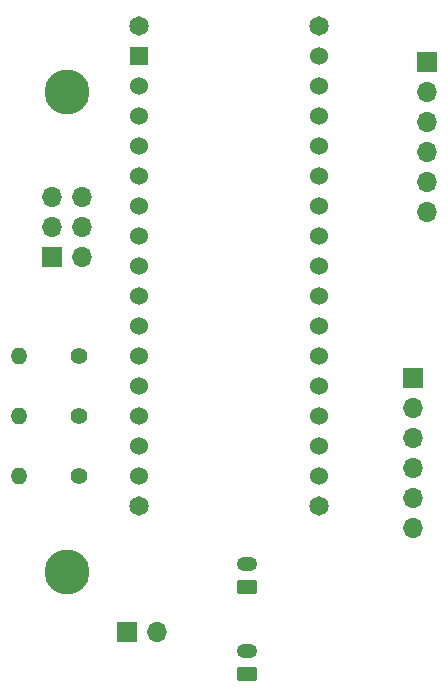
<source format=gbr>
%TF.GenerationSoftware,KiCad,Pcbnew,(6.0.6)*%
%TF.CreationDate,2022-07-20T09:39:35-07:00*%
%TF.ProjectId,ElectronicEggDrop,456c6563-7472-46f6-9e69-634567674472,rev?*%
%TF.SameCoordinates,Original*%
%TF.FileFunction,Soldermask,Top*%
%TF.FilePolarity,Negative*%
%FSLAX46Y46*%
G04 Gerber Fmt 4.6, Leading zero omitted, Abs format (unit mm)*
G04 Created by KiCad (PCBNEW (6.0.6)) date 2022-07-20 09:39:35*
%MOMM*%
%LPD*%
G01*
G04 APERTURE LIST*
G04 Aperture macros list*
%AMRoundRect*
0 Rectangle with rounded corners*
0 $1 Rounding radius*
0 $2 $3 $4 $5 $6 $7 $8 $9 X,Y pos of 4 corners*
0 Add a 4 corners polygon primitive as box body*
4,1,4,$2,$3,$4,$5,$6,$7,$8,$9,$2,$3,0*
0 Add four circle primitives for the rounded corners*
1,1,$1+$1,$2,$3*
1,1,$1+$1,$4,$5*
1,1,$1+$1,$6,$7*
1,1,$1+$1,$8,$9*
0 Add four rect primitives between the rounded corners*
20,1,$1+$1,$2,$3,$4,$5,0*
20,1,$1+$1,$4,$5,$6,$7,0*
20,1,$1+$1,$6,$7,$8,$9,0*
20,1,$1+$1,$8,$9,$2,$3,0*%
G04 Aperture macros list end*
%ADD10C,1.650000*%
%ADD11R,1.524000X1.524000*%
%ADD12C,1.524000*%
%ADD13RoundRect,0.250000X0.625000X-0.350000X0.625000X0.350000X-0.625000X0.350000X-0.625000X-0.350000X0*%
%ADD14O,1.750000X1.200000*%
%ADD15C,1.400000*%
%ADD16O,1.400000X1.400000*%
%ADD17R,1.700000X1.700000*%
%ADD18O,1.700000X1.700000*%
%ADD19C,3.800000*%
G04 APERTURE END LIST*
D10*
%TO.C,Arduino Nano*%
X122891023Y-83271217D03*
X122891023Y-123911217D03*
X138131023Y-83271217D03*
X138131023Y-123911217D03*
D11*
X122891023Y-85811217D03*
D12*
X122891023Y-88351217D03*
X122891023Y-90891217D03*
X122891023Y-93431217D03*
X122891023Y-95971217D03*
X122891023Y-98511217D03*
X122891023Y-101051217D03*
X122891023Y-103591217D03*
X122891023Y-106131217D03*
X122891023Y-108671217D03*
X122891023Y-111211217D03*
X122891023Y-113751217D03*
X122891023Y-116291217D03*
X122891023Y-118831217D03*
X122891023Y-121371217D03*
X138131023Y-121371217D03*
X138131023Y-118831217D03*
X138131023Y-116291217D03*
X138131023Y-113751217D03*
X138131023Y-111211217D03*
X138131023Y-108671217D03*
X138131023Y-106131217D03*
X138131023Y-103591217D03*
X138131023Y-101051217D03*
X138131023Y-98511217D03*
X138131023Y-95971217D03*
X138131023Y-93431217D03*
X138131023Y-90891217D03*
X138131023Y-88351217D03*
X138131023Y-85811217D03*
%TD*%
D13*
%TO.C,+3.7v*%
X132080000Y-138160000D03*
D14*
X132080000Y-136160000D03*
%TD*%
D15*
%TO.C,R2*%
X117811023Y-116291217D03*
D16*
X112731023Y-116291217D03*
%TD*%
D17*
%TO.C,Indicator_LEDs1*%
X115570000Y-102870000D03*
D18*
X118110000Y-102870000D03*
X115570000Y-100330000D03*
X118110000Y-100330000D03*
X115570000Y-97790000D03*
X118110000Y-97790000D03*
%TD*%
D15*
%TO.C,R3*%
X117811023Y-121371217D03*
D16*
X112731023Y-121371217D03*
%TD*%
D19*
%TO.C,REF\u002A\u002A*%
X116840000Y-129540000D03*
%TD*%
D17*
%TO.C,Switch*%
X121920000Y-134620000D03*
D18*
X124460000Y-134620000D03*
%TD*%
D15*
%TO.C,R1*%
X117811023Y-111211217D03*
D16*
X112731023Y-111211217D03*
%TD*%
D13*
%TO.C,+3.7V*%
X132080000Y-130810000D03*
D14*
X132080000Y-128810000D03*
%TD*%
D19*
%TO.C,REF\u002A\u002A*%
X116840000Y-88900000D03*
%TD*%
D17*
%TO.C,LIS3DH Connector*%
X146075000Y-113055000D03*
D18*
X146075000Y-115595000D03*
X146075000Y-118135000D03*
X146075000Y-120675000D03*
X146075000Y-123215000D03*
X146075000Y-125755000D03*
%TD*%
D17*
%TO.C,SD Card Reader Connector*%
X147320000Y-86360000D03*
D18*
X147320000Y-88900000D03*
X147320000Y-91440000D03*
X147320000Y-93980000D03*
X147320000Y-96520000D03*
X147320000Y-99060000D03*
%TD*%
M02*

</source>
